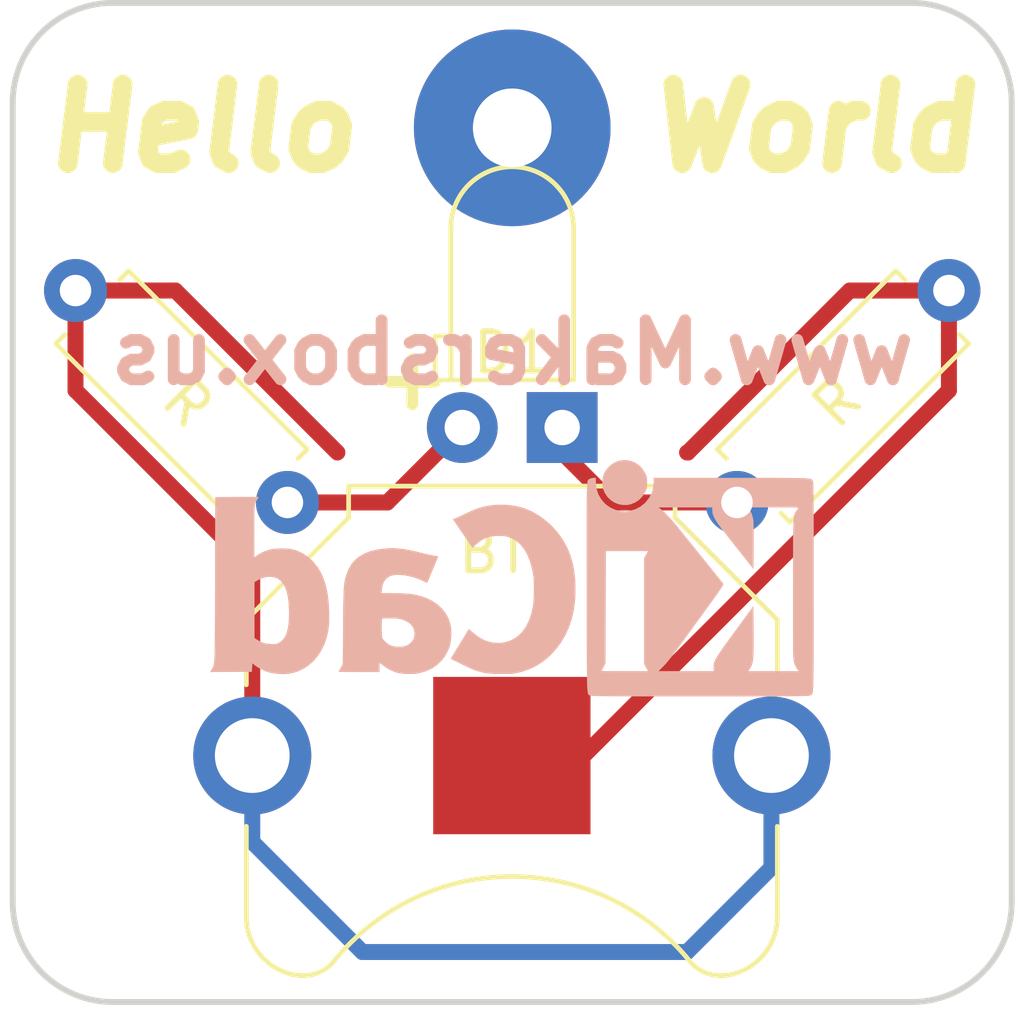
<source format=kicad_pcb>
(kicad_pcb (version 4) (host pcbnew 4.0.7)

  (general
    (links 5)
    (no_connects 0)
    (area 152.324999 88.824999 177.875001 114.375001)
    (thickness 1.6)
    (drawings 17)
    (tracks 22)
    (zones 0)
    (modules 6)
    (nets 5)
  )

  (page A4)
  (layers
    (0 F.Cu signal)
    (31 B.Cu signal)
    (32 B.Adhes user)
    (33 F.Adhes user)
    (34 B.Paste user)
    (35 F.Paste user)
    (36 B.SilkS user)
    (37 F.SilkS user)
    (38 B.Mask user)
    (39 F.Mask user)
    (40 Dwgs.User user hide)
    (41 Cmts.User user)
    (42 Eco1.User user)
    (43 Eco2.User user)
    (44 Edge.Cuts user)
    (45 Margin user)
    (46 B.CrtYd user)
    (47 F.CrtYd user)
    (48 B.Fab user)
    (49 F.Fab user hide)
  )

  (setup
    (last_trace_width 0.25)
    (user_trace_width 0.4064)
    (trace_clearance 0.2)
    (zone_clearance 0.508)
    (zone_45_only no)
    (trace_min 0.2)
    (segment_width 0.2)
    (edge_width 0.15)
    (via_size 0.6)
    (via_drill 0.4)
    (via_min_size 0.4)
    (via_min_drill 0.3)
    (uvia_size 0.3)
    (uvia_drill 0.1)
    (uvias_allowed no)
    (uvia_min_size 0.2)
    (uvia_min_drill 0.1)
    (pcb_text_width 0.3)
    (pcb_text_size 1.5 1.5)
    (mod_edge_width 0.15)
    (mod_text_size 1 1)
    (mod_text_width 0.15)
    (pad_size 1.524 1.524)
    (pad_drill 0.762)
    (pad_to_mask_clearance 0)
    (aux_axis_origin 0 0)
    (visible_elements 7FFFFFFF)
    (pcbplotparams
      (layerselection 0x00030_80000001)
      (usegerberextensions false)
      (excludeedgelayer true)
      (linewidth 0.100000)
      (plotframeref false)
      (viasonmask false)
      (mode 1)
      (useauxorigin false)
      (hpglpennumber 1)
      (hpglpenspeed 20)
      (hpglpendiameter 15)
      (hpglpenoverlay 2)
      (psnegative false)
      (psa4output false)
      (plotreference true)
      (plotvalue true)
      (plotinvisibletext false)
      (padsonsilk false)
      (subtractmaskfromsilk false)
      (outputformat 1)
      (mirror false)
      (drillshape 1)
      (scaleselection 1)
      (outputdirectory ""))
  )

  (net 0 "")
  (net 1 "Net-(BT1-Pad1)")
  (net 2 "Net-(BT1-Pad2)")
  (net 3 "Net-(D1-Pad1)")
  (net 4 "Net-(D1-Pad2)")

  (net_class Default "This is the default net class."
    (clearance 0.2)
    (trace_width 0.25)
    (via_dia 0.6)
    (via_drill 0.4)
    (uvia_dia 0.3)
    (uvia_drill 0.1)
    (add_net "Net-(BT1-Pad1)")
    (add_net "Net-(BT1-Pad2)")
    (add_net "Net-(D1-Pad1)")
    (add_net "Net-(D1-Pad2)")
  )

  (module Wire_Pads:SolderWirePad_single_2mmDrill (layer F.Cu) (tedit 5AF6C5DD) (tstamp 5AF63A1B)
    (at 165.1 92.075)
    (fp_text reference REF** (at 0 -3.81) (layer F.SilkS) hide
      (effects (font (size 1 1) (thickness 0.15)))
    )
    (fp_text value SolderWirePad_single_2mmDrill (at -0.635 3.81) (layer F.Fab) hide
      (effects (font (size 1 1) (thickness 0.15)))
    )
    (pad 1 thru_hole circle (at 0 0) (size 5 5) (drill 2) (layers *.Cu *.Mask))
  )

  (module Symbols:KiCad-Logo_6mm_SilkScreen (layer B.Cu) (tedit 0) (tstamp 5AF63AA5)
    (at 165.1 103.505 180)
    (descr "KiCad Logo")
    (tags "Logo KiCad")
    (attr virtual)
    (fp_text reference REF*** (at 0 0 180) (layer B.SilkS) hide
      (effects (font (size 1 1) (thickness 0.15)) (justify mirror))
    )
    (fp_text value KiCad-Logo_6mm_SilkScreen (at 0.75 0 180) (layer B.Fab) hide
      (effects (font (size 1 1) (thickness 0.15)) (justify mirror))
    )
    (fp_poly (pts (xy -5.955743 2.526311) (xy -5.69122 2.526275) (xy -5.568088 2.52627) (xy -3.597189 2.52627)
      (xy -3.597189 2.41009) (xy -3.584789 2.268709) (xy -3.547364 2.138316) (xy -3.484577 2.018138)
      (xy -3.396094 1.907398) (xy -3.366157 1.877489) (xy -3.258466 1.792652) (xy -3.139725 1.730779)
      (xy -3.01346 1.691841) (xy -2.883197 1.67581) (xy -2.752465 1.682658) (xy -2.624788 1.712357)
      (xy -2.503695 1.76488) (xy -2.392712 1.840197) (xy -2.342868 1.885637) (xy -2.249983 1.997048)
      (xy -2.181873 2.119565) (xy -2.139129 2.251785) (xy -2.122347 2.392308) (xy -2.122124 2.406133)
      (xy -2.121244 2.526266) (xy -2.068443 2.526268) (xy -2.021604 2.519911) (xy -1.978817 2.504444)
      (xy -1.975989 2.502846) (xy -1.966325 2.497832) (xy -1.957451 2.493927) (xy -1.949335 2.489993)
      (xy -1.941943 2.484894) (xy -1.935245 2.477492) (xy -1.929208 2.466649) (xy -1.923801 2.451228)
      (xy -1.91899 2.430091) (xy -1.914745 2.402101) (xy -1.911032 2.366121) (xy -1.907821 2.321013)
      (xy -1.905078 2.26564) (xy -1.902772 2.198863) (xy -1.900871 2.119547) (xy -1.899342 2.026553)
      (xy -1.898154 1.918743) (xy -1.897274 1.794981) (xy -1.89667 1.654129) (xy -1.896311 1.49505)
      (xy -1.896165 1.316605) (xy -1.896198 1.117658) (xy -1.89638 0.897071) (xy -1.896677 0.653707)
      (xy -1.897059 0.386428) (xy -1.897492 0.094097) (xy -1.897945 -0.224424) (xy -1.897998 -0.26323)
      (xy -1.898404 -0.583782) (xy -1.898749 -0.878012) (xy -1.899069 -1.147056) (xy -1.8994 -1.392052)
      (xy -1.899779 -1.614137) (xy -1.900243 -1.814447) (xy -1.900828 -1.994119) (xy -1.90157 -2.15429)
      (xy -1.902506 -2.296098) (xy -1.903673 -2.420679) (xy -1.905107 -2.52917) (xy -1.906844 -2.622707)
      (xy -1.908922 -2.702429) (xy -1.911376 -2.769472) (xy -1.914244 -2.824973) (xy -1.917561 -2.870068)
      (xy -1.921364 -2.905895) (xy -1.92569 -2.933591) (xy -1.930575 -2.954293) (xy -1.936055 -2.969137)
      (xy -1.942168 -2.97926) (xy -1.94895 -2.9858) (xy -1.956437 -2.989893) (xy -1.964666 -2.992676)
      (xy -1.973673 -2.995287) (xy -1.983495 -2.998862) (xy -1.985894 -2.99995) (xy -1.993435 -3.002396)
      (xy -2.006056 -3.004642) (xy -2.024859 -3.006698) (xy -2.050947 -3.008572) (xy -2.085422 -3.010271)
      (xy -2.129385 -3.011803) (xy -2.183939 -3.013177) (xy -2.250185 -3.0144) (xy -2.329226 -3.015481)
      (xy -2.422163 -3.016427) (xy -2.530099 -3.017247) (xy -2.654136 -3.017947) (xy -2.795376 -3.018538)
      (xy -2.954921 -3.019025) (xy -3.133872 -3.019419) (xy -3.333332 -3.019725) (xy -3.554404 -3.019953)
      (xy -3.798188 -3.02011) (xy -4.065787 -3.020205) (xy -4.358303 -3.020245) (xy -4.676839 -3.020238)
      (xy -4.780021 -3.020228) (xy -5.105623 -3.020176) (xy -5.404881 -3.020091) (xy -5.678909 -3.019963)
      (xy -5.928824 -3.019785) (xy -6.15574 -3.019548) (xy -6.360773 -3.019242) (xy -6.545038 -3.01886)
      (xy -6.70965 -3.018392) (xy -6.855725 -3.01783) (xy -6.984376 -3.017165) (xy -7.096721 -3.016388)
      (xy -7.193874 -3.015491) (xy -7.27695 -3.014465) (xy -7.347064 -3.013301) (xy -7.405332 -3.011991)
      (xy -7.452869 -3.010525) (xy -7.49079 -3.008896) (xy -7.52021 -3.007093) (xy -7.542245 -3.00511)
      (xy -7.55801 -3.002936) (xy -7.56862 -3.000563) (xy -7.574404 -2.998391) (xy -7.584684 -2.994056)
      (xy -7.594122 -2.990859) (xy -7.602755 -2.987665) (xy -7.610619 -2.983338) (xy -7.617748 -2.976744)
      (xy -7.624179 -2.966747) (xy -7.629947 -2.952212) (xy -7.635089 -2.932003) (xy -7.63964 -2.904985)
      (xy -7.643635 -2.870023) (xy -7.647111 -2.825981) (xy -7.650102 -2.771724) (xy -7.652646 -2.706117)
      (xy -7.654777 -2.628024) (xy -7.656532 -2.53631) (xy -7.657945 -2.42984) (xy -7.658315 -2.388973)
      (xy -7.291884 -2.388973) (xy -5.996734 -2.388973) (xy -6.021655 -2.351217) (xy -6.046447 -2.312417)
      (xy -6.06744 -2.275469) (xy -6.084935 -2.237788) (xy -6.09923 -2.196788) (xy -6.110623 -2.149883)
      (xy -6.119413 -2.094487) (xy -6.125898 -2.028016) (xy -6.130377 -1.947883) (xy -6.13315 -1.851502)
      (xy -6.134513 -1.736289) (xy -6.134767 -1.599657) (xy -6.134209 -1.43902) (xy -6.133893 -1.379382)
      (xy -6.130325 -0.740041) (xy -5.725298 -1.291449) (xy -5.610554 -1.447876) (xy -5.511143 -1.584088)
      (xy -5.42599 -1.70189) (xy -5.354022 -1.803084) (xy -5.294166 -1.889477) (xy -5.245348 -1.962874)
      (xy -5.206495 -2.025077) (xy -5.176534 -2.077893) (xy -5.154391 -2.123125) (xy -5.138993 -2.162578)
      (xy -5.129266 -2.198058) (xy -5.124137 -2.231368) (xy -5.122532 -2.264313) (xy -5.123379 -2.298697)
      (xy -5.123595 -2.303019) (xy -5.128054 -2.389031) (xy -3.708692 -2.388973) (xy -3.814265 -2.282522)
      (xy -3.842913 -2.253406) (xy -3.87009 -2.225076) (xy -3.896989 -2.195968) (xy -3.924803 -2.16452)
      (xy -3.954725 -2.129169) (xy -3.987946 -2.088354) (xy -4.025661 -2.040511) (xy -4.06906 -1.984079)
      (xy -4.119338 -1.917494) (xy -4.177688 -1.839195) (xy -4.2453 -1.747619) (xy -4.323369 -1.641204)
      (xy -4.413088 -1.518387) (xy -4.515648 -1.377605) (xy -4.632242 -1.217297) (xy -4.727809 -1.085798)
      (xy -4.847749 -0.920596) (xy -4.95238 -0.776152) (xy -5.042648 -0.651094) (xy -5.119503 -0.544052)
      (xy -5.183891 -0.453654) (xy -5.236761 -0.378529) (xy -5.27906 -0.317304) (xy -5.311736 -0.26861)
      (xy -5.335738 -0.231074) (xy -5.352013 -0.203325) (xy -5.361508 -0.183992) (xy -5.365173 -0.171703)
      (xy -5.364071 -0.165242) (xy -5.350724 -0.148048) (xy -5.321866 -0.111655) (xy -5.27924 -0.058224)
      (xy -5.224585 0.010081) (xy -5.159644 0.091097) (xy -5.086158 0.18266) (xy -5.005868 0.282608)
      (xy -4.920515 0.388776) (xy -4.83184 0.499003) (xy -4.741586 0.611124) (xy -4.691944 0.672756)
      (xy -3.459373 0.672756) (xy -3.408146 0.580081) (xy -3.356919 0.487405) (xy -3.356919 -2.203622)
      (xy -3.408146 -2.296298) (xy -3.459373 -2.388973) (xy -2.853396 -2.388973) (xy -2.708734 -2.388931)
      (xy -2.589244 -2.388741) (xy -2.492642 -2.388308) (xy -2.416642 -2.387536) (xy -2.358957 -2.38633)
      (xy -2.317301 -2.384594) (xy -2.289389 -2.382232) (xy -2.272935 -2.37915) (xy -2.265652 -2.375251)
      (xy -2.265255 -2.37044) (xy -2.269458 -2.364622) (xy -2.269501 -2.364574) (xy -2.286813 -2.339532)
      (xy -2.309736 -2.298815) (xy -2.329981 -2.258168) (xy -2.368379 -2.176162) (xy -2.376211 0.672756)
      (xy -3.459373 0.672756) (xy -4.691944 0.672756) (xy -4.651493 0.722976) (xy -4.563302 0.832396)
      (xy -4.478754 0.937222) (xy -4.399592 1.035289) (xy -4.327556 1.124434) (xy -4.264387 1.202495)
      (xy -4.211827 1.267308) (xy -4.171617 1.31671) (xy -4.148 1.345513) (xy -4.05629 1.453222)
      (xy -3.96806 1.55042) (xy -3.886403 1.633924) (xy -3.81441 1.700552) (xy -3.763319 1.741401)
      (xy -3.702907 1.784865) (xy -5.092298 1.784865) (xy -5.091908 1.703334) (xy -5.095791 1.643394)
      (xy -5.11039 1.587823) (xy -5.132988 1.535145) (xy -5.147678 1.505385) (xy -5.163472 1.475897)
      (xy -5.181814 1.444724) (xy -5.204145 1.409907) (xy -5.231909 1.36949) (xy -5.266549 1.321514)
      (xy -5.309507 1.264022) (xy -5.362227 1.195057) (xy -5.426151 1.112661) (xy -5.502721 1.014876)
      (xy -5.593381 0.899745) (xy -5.699574 0.76531) (xy -5.711568 0.750141) (xy -6.130325 0.220588)
      (xy -6.134378 0.807078) (xy -6.135195 0.982749) (xy -6.135021 1.131468) (xy -6.133849 1.253725)
      (xy -6.131669 1.350011) (xy -6.128474 1.420817) (xy -6.124256 1.466631) (xy -6.122838 1.475321)
      (xy -6.100591 1.566865) (xy -6.071443 1.649392) (xy -6.038182 1.715747) (xy -6.0182 1.74389)
      (xy -5.983722 1.784865) (xy -6.637914 1.784865) (xy -6.793969 1.784731) (xy -6.924467 1.784297)
      (xy -7.03131 1.783511) (xy -7.116398 1.782324) (xy -7.181635 1.780683) (xy -7.228921 1.778539)
      (xy -7.260157 1.775841) (xy -7.277246 1.772538) (xy -7.282088 1.768579) (xy -7.281753 1.767702)
      (xy -7.267885 1.746769) (xy -7.244732 1.713588) (xy -7.232754 1.696807) (xy -7.220369 1.68006)
      (xy -7.209237 1.665085) (xy -7.199288 1.650406) (xy -7.190451 1.634551) (xy -7.182657 1.616045)
      (xy -7.175835 1.593415) (xy -7.169916 1.565187) (xy -7.164829 1.529887) (xy -7.160504 1.486042)
      (xy -7.156871 1.432178) (xy -7.15386 1.36682) (xy -7.151401 1.288496) (xy -7.149423 1.195732)
      (xy -7.147858 1.087053) (xy -7.146634 0.960987) (xy -7.145681 0.816058) (xy -7.14493 0.650794)
      (xy -7.144311 0.463721) (xy -7.143752 0.253365) (xy -7.143185 0.018252) (xy -7.142655 -0.197741)
      (xy -7.142155 -0.438535) (xy -7.141895 -0.668274) (xy -7.141868 -0.885493) (xy -7.142067 -1.088722)
      (xy -7.142486 -1.276496) (xy -7.143118 -1.447345) (xy -7.143956 -1.599803) (xy -7.144992 -1.732403)
      (xy -7.14622 -1.843676) (xy -7.147633 -1.932156) (xy -7.149225 -1.996375) (xy -7.150987 -2.034865)
      (xy -7.151321 -2.038933) (xy -7.163466 -2.132248) (xy -7.182427 -2.20719) (xy -7.211302 -2.272594)
      (xy -7.25319 -2.337293) (xy -7.258429 -2.344352) (xy -7.291884 -2.388973) (xy -7.658315 -2.388973)
      (xy -7.659054 -2.307479) (xy -7.659893 -2.16809) (xy -7.660498 -2.010539) (xy -7.660905 -1.833691)
      (xy -7.66115 -1.63641) (xy -7.661267 -1.41756) (xy -7.661295 -1.176007) (xy -7.661267 -0.910615)
      (xy -7.66122 -0.620249) (xy -7.66119 -0.303773) (xy -7.661189 -0.240946) (xy -7.661172 0.078863)
      (xy -7.661112 0.372339) (xy -7.661002 0.64061) (xy -7.660833 0.884802) (xy -7.660597 1.106043)
      (xy -7.660284 1.30546) (xy -7.659885 1.48418) (xy -7.659393 1.643329) (xy -7.658797 1.784034)
      (xy -7.65809 1.907424) (xy -7.657263 2.014624) (xy -7.656307 2.106762) (xy -7.655213 2.184965)
      (xy -7.653973 2.250359) (xy -7.652578 2.304072) (xy -7.651018 2.347231) (xy -7.649286 2.380963)
      (xy -7.647372 2.406395) (xy -7.645268 2.424653) (xy -7.642966 2.436866) (xy -7.640455 2.444159)
      (xy -7.640363 2.444341) (xy -7.635192 2.455482) (xy -7.630885 2.465569) (xy -7.626121 2.474654)
      (xy -7.619578 2.482788) (xy -7.609935 2.490024) (xy -7.595871 2.496414) (xy -7.576063 2.502011)
      (xy -7.549191 2.506867) (xy -7.513933 2.511034) (xy -7.468968 2.514564) (xy -7.412974 2.517509)
      (xy -7.344629 2.519923) (xy -7.262614 2.521856) (xy -7.165605 2.523362) (xy -7.052282 2.524492)
      (xy -6.921323 2.525298) (xy -6.771407 2.525834) (xy -6.601213 2.526151) (xy -6.409418 2.526301)
      (xy -6.194702 2.526337) (xy -5.955743 2.526311)) (layer B.SilkS) (width 0.01))
    (fp_poly (pts (xy 0.439962 1.839501) (xy 0.588014 1.823293) (xy 0.731452 1.794282) (xy 0.87611 1.750955)
      (xy 1.027824 1.691799) (xy 1.192428 1.6153) (xy 1.222071 1.600483) (xy 1.290098 1.566969)
      (xy 1.354256 1.536792) (xy 1.408215 1.512834) (xy 1.44564 1.497976) (xy 1.451389 1.496105)
      (xy 1.506486 1.479598) (xy 1.259851 1.120799) (xy 1.199552 1.033107) (xy 1.144422 0.952988)
      (xy 1.096336 0.883164) (xy 1.057168 0.826353) (xy 1.028794 0.785277) (xy 1.013087 0.762654)
      (xy 1.010536 0.759072) (xy 1.000171 0.766562) (xy 0.97466 0.789082) (xy 0.938563 0.822539)
      (xy 0.918642 0.84145) (xy 0.805773 0.931222) (xy 0.679014 0.999439) (xy 0.569783 1.036805)
      (xy 0.504214 1.04854) (xy 0.422116 1.055692) (xy 0.333144 1.058126) (xy 0.246956 1.055712)
      (xy 0.173205 1.048317) (xy 0.143776 1.042653) (xy 0.011133 0.997018) (xy -0.108394 0.927337)
      (xy -0.214717 0.83374) (xy -0.307747 0.716351) (xy -0.387395 0.5753) (xy -0.453574 0.410714)
      (xy -0.506194 0.22272) (xy -0.537467 0.061783) (xy -0.545626 -0.009263) (xy -0.551185 -0.101046)
      (xy -0.554198 -0.206968) (xy -0.554719 -0.320434) (xy -0.5528 -0.434849) (xy -0.548497 -0.543617)
      (xy -0.541863 -0.640143) (xy -0.532951 -0.717831) (xy -0.531021 -0.729817) (xy -0.488501 -0.922892)
      (xy -0.430567 -1.093773) (xy -0.356867 -1.243224) (xy -0.267049 -1.372011) (xy -0.203293 -1.441639)
      (xy -0.088714 -1.536173) (xy 0.036942 -1.606246) (xy 0.171557 -1.651477) (xy 0.313011 -1.671484)
      (xy 0.459183 -1.665885) (xy 0.607955 -1.6343) (xy 0.695911 -1.603394) (xy 0.817629 -1.541506)
      (xy 0.94308 -1.452729) (xy 1.013353 -1.392694) (xy 1.052811 -1.357947) (xy 1.083812 -1.332454)
      (xy 1.101458 -1.32017) (xy 1.103648 -1.319795) (xy 1.111524 -1.332347) (xy 1.131932 -1.365516)
      (xy 1.163132 -1.416458) (xy 1.203386 -1.482331) (xy 1.250957 -1.560289) (xy 1.304104 -1.64749)
      (xy 1.333687 -1.696067) (xy 1.559648 -2.067215) (xy 1.277527 -2.206639) (xy 1.175522 -2.256719)
      (xy 1.092889 -2.29621) (xy 1.024578 -2.327073) (xy 0.965537 -2.351268) (xy 0.910714 -2.370758)
      (xy 0.85506 -2.387503) (xy 0.793523 -2.403465) (xy 0.73454 -2.417482) (xy 0.682115 -2.428329)
      (xy 0.627288 -2.436526) (xy 0.564572 -2.442528) (xy 0.488477 -2.44679) (xy 0.393516 -2.449767)
      (xy 0.329513 -2.451052) (xy 0.238192 -2.45193) (xy 0.150627 -2.451487) (xy 0.072612 -2.449852)
      (xy 0.009942 -2.447149) (xy -0.031587 -2.443505) (xy -0.034048 -2.443142) (xy -0.249697 -2.396487)
      (xy -0.452207 -2.325729) (xy -0.641505 -2.230914) (xy -0.817521 -2.112089) (xy -0.980184 -1.9693)
      (xy -1.129422 -1.802594) (xy -1.237504 -1.654433) (xy -1.352566 -1.460502) (xy -1.445577 -1.255699)
      (xy -1.516987 -1.038383) (xy -1.567244 -0.806912) (xy -1.596799 -0.559643) (xy -1.606111 -0.308559)
      (xy -1.598452 -0.06567) (xy -1.574387 0.15843) (xy -1.533148 0.367523) (xy -1.473973 0.565387)
      (xy -1.396096 0.755804) (xy -1.386797 0.775532) (xy -1.284352 0.959941) (xy -1.158528 1.135424)
      (xy -1.012888 1.29835) (xy -0.850999 1.445086) (xy -0.676424 1.571999) (xy -0.513756 1.665095)
      (xy -0.349427 1.738009) (xy -0.184749 1.790826) (xy -0.013348 1.824985) (xy 0.171153 1.841922)
      (xy 0.281459 1.84442) (xy 0.439962 1.839501)) (layer B.SilkS) (width 0.01))
    (fp_poly (pts (xy 3.167505 0.735771) (xy 3.235531 0.730622) (xy 3.430163 0.704727) (xy 3.602529 0.663425)
      (xy 3.75347 0.606147) (xy 3.883825 0.532326) (xy 3.994434 0.441392) (xy 4.086135 0.332778)
      (xy 4.15977 0.205915) (xy 4.213539 0.068648) (xy 4.227187 0.024863) (xy 4.239073 -0.016141)
      (xy 4.249334 -0.056569) (xy 4.258113 -0.09863) (xy 4.265548 -0.144531) (xy 4.27178 -0.19648)
      (xy 4.27695 -0.256685) (xy 4.281196 -0.327352) (xy 4.28466 -0.410689) (xy 4.287481 -0.508905)
      (xy 4.2898 -0.624205) (xy 4.291757 -0.758799) (xy 4.293491 -0.914893) (xy 4.295143 -1.094695)
      (xy 4.296324 -1.235676) (xy 4.30427 -2.203622) (xy 4.355756 -2.29677) (xy 4.380137 -2.341645)
      (xy 4.39828 -2.376501) (xy 4.406935 -2.395054) (xy 4.407243 -2.396311) (xy 4.394014 -2.397749)
      (xy 4.356326 -2.399074) (xy 4.297183 -2.400249) (xy 4.219586 -2.401237) (xy 4.126536 -2.401999)
      (xy 4.021035 -2.4025) (xy 3.906084 -2.402701) (xy 3.892378 -2.402703) (xy 3.377513 -2.402703)
      (xy 3.377513 -2.286) (xy 3.376635 -2.23326) (xy 3.374292 -2.192926) (xy 3.370921 -2.1713)
      (xy 3.369431 -2.169298) (xy 3.355804 -2.177683) (xy 3.327757 -2.199692) (xy 3.291303 -2.230601)
      (xy 3.290485 -2.231316) (xy 3.223962 -2.280843) (xy 3.139948 -2.330575) (xy 3.047937 -2.375626)
      (xy 2.957421 -2.41111) (xy 2.917567 -2.423236) (xy 2.838255 -2.438637) (xy 2.740935 -2.448465)
      (xy 2.634516 -2.45258) (xy 2.527907 -2.450841) (xy 2.430017 -2.443108) (xy 2.361513 -2.431981)
      (xy 2.19352 -2.382648) (xy 2.042281 -2.312342) (xy 1.908782 -2.221933) (xy 1.794006 -2.112295)
      (xy 1.698937 -1.984299) (xy 1.62456 -1.838818) (xy 1.592474 -1.750541) (xy 1.572365 -1.664739)
      (xy 1.559038 -1.561736) (xy 1.552872 -1.451034) (xy 1.553074 -1.434925) (xy 2.481648 -1.434925)
      (xy 2.489348 -1.517184) (xy 2.514989 -1.585546) (xy 2.562378 -1.64897) (xy 2.580579 -1.667567)
      (xy 2.645282 -1.717846) (xy 2.720066 -1.750056) (xy 2.809662 -1.765648) (xy 2.904012 -1.766796)
      (xy 2.993501 -1.759216) (xy 3.062018 -1.744389) (xy 3.091775 -1.733253) (xy 3.145408 -1.702904)
      (xy 3.202235 -1.660221) (xy 3.254082 -1.612317) (xy 3.292778 -1.566301) (xy 3.303054 -1.549421)
      (xy 3.311042 -1.525782) (xy 3.316721 -1.488168) (xy 3.320356 -1.432985) (xy 3.322211 -1.35664)
      (xy 3.322594 -1.283981) (xy 3.322335 -1.19927) (xy 3.321287 -1.138018) (xy 3.319045 -1.096227)
      (xy 3.315206 -1.069899) (xy 3.309365 -1.055035) (xy 3.301118 -1.047639) (xy 3.298567 -1.046461)
      (xy 3.2764 -1.042833) (xy 3.23268 -1.039866) (xy 3.173311 -1.037827) (xy 3.104196 -1.036983)
      (xy 3.089189 -1.036982) (xy 2.996805 -1.038457) (xy 2.925432 -1.042842) (xy 2.868719 -1.050738)
      (xy 2.821872 -1.06227) (xy 2.705669 -1.106215) (xy 2.614543 -1.160243) (xy 2.547705 -1.225219)
      (xy 2.504365 -1.302005) (xy 2.483734 -1.391467) (xy 2.481648 -1.434925) (xy 1.553074 -1.434925)
      (xy 1.554244 -1.342133) (xy 1.563532 -1.244536) (xy 1.570777 -1.205105) (xy 1.617039 -1.058701)
      (xy 1.687384 -0.923995) (xy 1.780484 -0.80228) (xy 1.895012 -0.694847) (xy 2.02964 -0.602988)
      (xy 2.18304 -0.527996) (xy 2.313459 -0.482458) (xy 2.400623 -0.458533) (xy 2.483996 -0.439943)
      (xy 2.568976 -0.426084) (xy 2.660965 -0.416351) (xy 2.765362 -0.410141) (xy 2.887568 -0.406851)
      (xy 2.998055 -0.405924) (xy 3.325677 -0.405027) (xy 3.319401 -0.306547) (xy 3.301579 -0.199695)
      (xy 3.263667 -0.107852) (xy 3.20728 -0.03331) (xy 3.134031 0.021636) (xy 3.069535 0.048448)
      (xy 2.977123 0.065346) (xy 2.867111 0.067773) (xy 2.744656 0.056622) (xy 2.614914 0.03279)
      (xy 2.483042 -0.00283) (xy 2.354198 -0.049343) (xy 2.260566 -0.091883) (xy 2.215517 -0.113728)
      (xy 2.181156 -0.128984) (xy 2.163681 -0.134937) (xy 2.162733 -0.134746) (xy 2.156703 -0.121412)
      (xy 2.141645 -0.086068) (xy 2.118977 -0.032101) (xy 2.090115 0.037104) (xy 2.056477 0.11816)
      (xy 2.022284 0.200882) (xy 1.885586 0.532197) (xy 1.98282 0.548167) (xy 2.024964 0.55618)
      (xy 2.088319 0.569639) (xy 2.167457 0.587321) (xy 2.256951 0.608004) (xy 2.351373 0.630468)
      (xy 2.388973 0.639597) (xy 2.551637 0.677326) (xy 2.69405 0.705612) (xy 2.821527 0.725028)
      (xy 2.939384 0.736146) (xy 3.052938 0.739536) (xy 3.167505 0.735771)) (layer B.SilkS) (width 0.01))
    (fp_poly (pts (xy 6.84227 2.043175) (xy 6.959041 2.042696) (xy 6.998729 2.042455) (xy 7.544486 2.038865)
      (xy 7.551351 -0.054919) (xy 7.552258 -0.338842) (xy 7.553062 -0.59664) (xy 7.553815 -0.829646)
      (xy 7.554569 -1.039194) (xy 7.555375 -1.226618) (xy 7.556285 -1.39325) (xy 7.557351 -1.540425)
      (xy 7.558624 -1.669477) (xy 7.560156 -1.781739) (xy 7.561998 -1.878544) (xy 7.564203 -1.961226)
      (xy 7.566822 -2.031119) (xy 7.569906 -2.089557) (xy 7.573508 -2.137872) (xy 7.577678 -2.1774)
      (xy 7.582469 -2.209473) (xy 7.587931 -2.235424) (xy 7.594118 -2.256589) (xy 7.60108 -2.274299)
      (xy 7.608869 -2.289889) (xy 7.617537 -2.304693) (xy 7.627135 -2.320044) (xy 7.637715 -2.337276)
      (xy 7.639884 -2.340946) (xy 7.676268 -2.403031) (xy 7.150431 -2.399434) (xy 6.624594 -2.395838)
      (xy 6.617729 -2.280331) (xy 6.613992 -2.224899) (xy 6.610097 -2.192851) (xy 6.604811 -2.180135)
      (xy 6.596903 -2.182696) (xy 6.59027 -2.190024) (xy 6.561374 -2.216714) (xy 6.514279 -2.251021)
      (xy 6.45562 -2.288846) (xy 6.392031 -2.32609) (xy 6.330149 -2.358653) (xy 6.282634 -2.380077)
      (xy 6.171316 -2.415283) (xy 6.043596 -2.440222) (xy 5.908901 -2.453941) (xy 5.776663 -2.455486)
      (xy 5.656308 -2.443906) (xy 5.654326 -2.443574) (xy 5.489641 -2.40225) (xy 5.335479 -2.336412)
      (xy 5.193328 -2.247474) (xy 5.064675 -2.136852) (xy 4.951007 -2.005961) (xy 4.85381 -1.856216)
      (xy 4.774572 -1.689033) (xy 4.73143 -1.56519) (xy 4.702979 -1.461581) (xy 4.68188 -1.361252)
      (xy 4.667488 -1.258109) (xy 4.659158 -1.146057) (xy 4.656245 -1.019001) (xy 4.657535 -0.915252)
      (xy 5.67065 -0.915252) (xy 5.675444 -1.089222) (xy 5.690568 -1.238895) (xy 5.716485 -1.365597)
      (xy 5.753663 -1.470658) (xy 5.802565 -1.555406) (xy 5.863658 -1.621169) (xy 5.934177 -1.667659)
      (xy 5.970871 -1.685014) (xy 6.002696 -1.695419) (xy 6.038177 -1.700179) (xy 6.085841 -1.700601)
      (xy 6.137189 -1.698748) (xy 6.238169 -1.689841) (xy 6.318035 -1.672398) (xy 6.343135 -1.663661)
      (xy 6.400448 -1.637857) (xy 6.460897 -1.605453) (xy 6.487297 -1.589233) (xy 6.555946 -1.544205)
      (xy 6.555946 -0.116982) (xy 6.480432 -0.071718) (xy 6.375121 -0.020572) (xy 6.267525 0.009676)
      (xy 6.161581 0.019205) (xy 6.061224 0.008193) (xy 5.970387 -0.023181) (xy 5.893007 -0.07474)
      (xy 5.868039 -0.099488) (xy 5.807856 -0.180577) (xy 5.759145 -0.278734) (xy 5.721499 -0.395643)
      (xy 5.694512 -0.532985) (xy 5.677775 -0.692444) (xy 5.670883 -0.8757) (xy 5.67065 -0.915252)
      (xy 4.657535 -0.915252) (xy 4.658073 -0.872067) (xy 4.669647 -0.646053) (xy 4.69292 -0.442192)
      (xy 4.728504 -0.257513) (xy 4.777013 -0.089048) (xy 4.83906 0.066174) (xy 4.861201 0.112192)
      (xy 4.950385 0.262261) (xy 5.058159 0.395623) (xy 5.18199 0.510123) (xy 5.319342 0.603611)
      (xy 5.467683 0.673932) (xy 5.556604 0.70294) (xy 5.643933 0.72016) (xy 5.749011 0.730406)
      (xy 5.863029 0.733682) (xy 5.977177 0.729991) (xy 6.082648 0.71934) (xy 6.167334 0.70263)
      (xy 6.268128 0.66986) (xy 6.365822 0.627721) (xy 6.451296 0.580481) (xy 6.496789 0.548419)
      (xy 6.528169 0.524578) (xy 6.550142 0.510061) (xy 6.555141 0.508) (xy 6.55669 0.521282)
      (xy 6.558135 0.559337) (xy 6.559443 0.619481) (xy 6.560583 0.699027) (xy 6.561521 0.795289)
      (xy 6.562226 0.905581) (xy 6.562667 1.027219) (xy 6.562811 1.151115) (xy 6.56273 1.309804)
      (xy 6.562335 1.443592) (xy 6.561395 1.55504) (xy 6.55968 1.646705) (xy 6.556957 1.721147)
      (xy 6.552997 1.780925) (xy 6.547569 1.828598) (xy 6.540441 1.866726) (xy 6.531384 1.897866)
      (xy 6.520167 1.924579) (xy 6.506558 1.949423) (xy 6.490328 1.974957) (xy 6.48824 1.978119)
      (xy 6.467306 2.01119) (xy 6.454667 2.033931) (xy 6.452973 2.038728) (xy 6.466216 2.040241)
      (xy 6.504002 2.041472) (xy 6.563416 2.042401) (xy 6.641542 2.043008) (xy 6.735465 2.043273)
      (xy 6.84227 2.043175)) (layer B.SilkS) (width 0.01))
    (fp_poly (pts (xy -2.726079 2.96351) (xy -2.622973 2.927762) (xy -2.526978 2.871493) (xy -2.441247 2.794712)
      (xy -2.36893 2.697427) (xy -2.336445 2.636108) (xy -2.308332 2.55034) (xy -2.294705 2.451323)
      (xy -2.296214 2.349529) (xy -2.312969 2.257286) (xy -2.358763 2.144568) (xy -2.425168 2.046793)
      (xy -2.508809 1.965885) (xy -2.606312 1.903768) (xy -2.7143 1.862366) (xy -2.829399 1.843603)
      (xy -2.948234 1.849402) (xy -3.006811 1.861794) (xy -3.120972 1.906203) (xy -3.222365 1.973967)
      (xy -3.308545 2.062999) (xy -3.377066 2.171209) (xy -3.382864 2.183027) (xy -3.402904 2.227372)
      (xy -3.415487 2.26472) (xy -3.422319 2.30412) (xy -3.425105 2.354619) (xy -3.425568 2.409567)
      (xy -3.424803 2.475585) (xy -3.421352 2.523311) (xy -3.413477 2.561897) (xy -3.399443 2.600494)
      (xy -3.38212 2.638574) (xy -3.317505 2.746672) (xy -3.237934 2.834197) (xy -3.14656 2.901159)
      (xy -3.046536 2.947564) (xy -2.941012 2.973419) (xy -2.833142 2.978732) (xy -2.726079 2.96351)) (layer B.SilkS) (width 0.01))
  )

  (module footprints:Keystone_3001_1x12mm-CoinCell (layer F.Cu) (tedit 5AF636BE) (tstamp 5AF6C646)
    (at 165.090481 108.035)
    (descr http://www.keyelco.com/product-pdf.cfm?p=778)
    (tags "Keystone type 3001 coin cell retainer")
    (path /5AF63215)
    (fp_text reference BT1 (at 0.009519 -5.165) (layer F.SilkS)
      (effects (font (size 1 1) (thickness 0.15)))
    )
    (fp_text value Battery_Cell (at 0 7.5) (layer F.Fab)
      (effects (font (size 1 1) (thickness 0.15)))
    )
    (fp_arc (start 0 0) (end 0 6.75) (angle 36.6) (layer F.CrtYd) (width 0.05))
    (fp_arc (start 0.11 9.15) (end 4.22 5.65) (angle -3.1) (layer F.CrtYd) (width 0.05))
    (fp_arc (start 0.11 9.15) (end -4.22 5.65) (angle 3.1) (layer F.CrtYd) (width 0.05))
    (fp_arc (start 0 0) (end 0 6.75) (angle -36.6) (layer F.CrtYd) (width 0.05))
    (fp_arc (start 5.25 4.1) (end 5.3 6.1) (angle -90) (layer F.CrtYd) (width 0.05))
    (fp_arc (start 5.29 4.6) (end 4.22 5.65) (angle -54.1) (layer F.CrtYd) (width 0.05))
    (fp_arc (start -5.29 4.6) (end -4.22 5.65) (angle 54.1) (layer F.CrtYd) (width 0.05))
    (fp_arc (start 6.6 0) (end 7.25 1.95) (angle -143) (layer F.CrtYd) (width 0.05))
    (fp_arc (start -6.6 0) (end -7.25 1.95) (angle 143) (layer F.CrtYd) (width 0.05))
    (fp_circle (center 0 0) (end 0 6.25) (layer Dwgs.User) (width 0.15))
    (fp_arc (start 5.29 4.6) (end 4.5 5.2) (angle -60) (layer F.SilkS) (width 0.12))
    (fp_arc (start -5.29 4.6) (end -4.5 5.2) (angle 60) (layer F.SilkS) (width 0.12))
    (fp_arc (start 0 8.9) (end -4.5 5.2) (angle 101) (layer F.SilkS) (width 0.12))
    (fp_arc (start 5.29 4.6) (end 4.6 5.1) (angle -60) (layer F.Fab) (width 0.1))
    (fp_arc (start -5.29 4.6) (end -4.6 5.1) (angle 60) (layer F.Fab) (width 0.1))
    (fp_arc (start 0 8.9) (end -4.6 5.1) (angle 101) (layer F.Fab) (width 0.1))
    (fp_arc (start 5.25 4.1) (end 5.3 5.6) (angle -90) (layer F.SilkS) (width 0.12))
    (fp_arc (start -5.25 4.1) (end -5.3 5.6) (angle 90) (layer F.SilkS) (width 0.12))
    (fp_arc (start -5.25 4.1) (end -5.3 6.1) (angle 90) (layer F.CrtYd) (width 0.05))
    (fp_line (start -7.25 1.95) (end -7.25 4.1) (layer F.CrtYd) (width 0.05))
    (fp_line (start 7.25 1.95) (end 7.25 4.1) (layer F.CrtYd) (width 0.05))
    (fp_line (start 6.75 1.8) (end 6.75 4.1) (layer F.SilkS) (width 0.12))
    (fp_line (start -6.75 1.8) (end -6.75 4.1) (layer F.SilkS) (width 0.12))
    (fp_arc (start 5.25 4.1) (end 5.3 5.45) (angle -90) (layer F.Fab) (width 0.1))
    (fp_line (start 7.25 -1.95) (end 7.25 -3.8) (layer F.CrtYd) (width 0.05))
    (fp_line (start 7.25 -3.8) (end 4.65 -6.4) (layer F.CrtYd) (width 0.05))
    (fp_line (start 4.65 -6.4) (end 4.65 -7.35) (layer F.CrtYd) (width 0.05))
    (fp_line (start -4.65 -7.35) (end 4.65 -7.35) (layer F.CrtYd) (width 0.05))
    (fp_line (start -4.65 -6.4) (end -4.65 -7.35) (layer F.CrtYd) (width 0.05))
    (fp_line (start -7.25 -3.8) (end -4.65 -6.4) (layer F.CrtYd) (width 0.05))
    (fp_line (start -7.25 -1.95) (end -7.25 -3.8) (layer F.CrtYd) (width 0.05))
    (fp_line (start -6.75 -1.8) (end -6.75 -3.45) (layer F.SilkS) (width 0.12))
    (fp_line (start -6.75 -3.45) (end -4.15 -6.05) (layer F.SilkS) (width 0.12))
    (fp_line (start -4.15 -6.05) (end -4.15 -6.85) (layer F.SilkS) (width 0.12))
    (fp_line (start -4.15 -6.85) (end 4.15 -6.85) (layer F.SilkS) (width 0.12))
    (fp_line (start 4.15 -6.85) (end 4.15 -6.05) (layer F.SilkS) (width 0.12))
    (fp_line (start 4.15 -6.05) (end 6.75 -3.45) (layer F.SilkS) (width 0.12))
    (fp_line (start 6.75 -3.45) (end 6.75 -1.8) (layer F.SilkS) (width 0.12))
    (fp_arc (start -5.25 4.1) (end -5.3 5.45) (angle 90) (layer F.Fab) (width 0.1))
    (fp_line (start 6.6 -3.4) (end 6.6 4.1) (layer F.Fab) (width 0.1))
    (fp_line (start -6.6 -3.4) (end -6.6 4.1) (layer F.Fab) (width 0.1))
    (fp_line (start 4 -6) (end 6.6 -3.4) (layer F.Fab) (width 0.1))
    (fp_line (start -4 -6) (end -6.6 -3.4) (layer F.Fab) (width 0.1))
    (fp_line (start 4 -6.7) (end 4 -6) (layer F.Fab) (width 0.1))
    (fp_line (start -4 -6.7) (end -4 -6) (layer F.Fab) (width 0.1))
    (fp_line (start -4 -6.7) (end 4 -6.7) (layer F.Fab) (width 0.1))
    (pad 1 thru_hole circle (at -6.6 0) (size 3 3) (drill 1.9) (layers *.Cu *.Mask)
      (net 1 "Net-(BT1-Pad1)"))
    (pad 1 thru_hole circle (at 6.6 0) (size 3 3) (drill 1.9) (layers *.Cu *.Mask)
      (net 1 "Net-(BT1-Pad1)"))
    (pad 2 smd rect (at 0 0) (size 4 4) (layers F.Cu F.Mask)
      (net 2 "Net-(BT1-Pad2)"))
    (model Battery_Holders.3dshapes/Keystone_3001_1x12mm-CoinCell.wrl
      (at (xyz 0 0 0))
      (scale (xyz 1 1 1))
      (rotate (xyz 0 0 0))
    )
  )

  (module footprints:LED_D3.0mm_Horizontal_O1.27mm_Z2.0mm (layer F.Cu) (tedit 5AF636B5) (tstamp 5AF6C67A)
    (at 166.37 99.695 180)
    (descr "LED, diameter 3.0mm z-position of LED center 2.0mm, 2 pins")
    (tags "LED diameter 3.0mm z-position of LED center 2.0mm 2 pins")
    (path /5AF631A2)
    (fp_text reference D1 (at 1.27 1.905 180) (layer F.SilkS)
      (effects (font (size 1 1) (thickness 0.15)))
    )
    (fp_text value LED (at 1.27 7.63 180) (layer F.Fab)
      (effects (font (size 1 1) (thickness 0.15)))
    )
    (fp_arc (start 1.27 5.07) (end -0.23 5.07) (angle -180) (layer F.Fab) (width 0.1))
    (fp_arc (start 1.27 5.07) (end -0.29 5.07) (angle -180) (layer F.SilkS) (width 0.12))
    (fp_line (start -0.23 1.27) (end -0.23 5.07) (layer F.Fab) (width 0.1))
    (fp_line (start 2.77 1.27) (end 2.77 5.07) (layer F.Fab) (width 0.1))
    (fp_line (start -0.23 1.27) (end 2.77 1.27) (layer F.Fab) (width 0.1))
    (fp_line (start 3.17 1.27) (end 3.17 2.27) (layer F.Fab) (width 0.1))
    (fp_line (start 3.17 2.27) (end 2.77 2.27) (layer F.Fab) (width 0.1))
    (fp_line (start 2.77 2.27) (end 2.77 1.27) (layer F.Fab) (width 0.1))
    (fp_line (start 2.77 1.27) (end 3.17 1.27) (layer F.Fab) (width 0.1))
    (fp_line (start 0 0) (end 0 1.27) (layer F.Fab) (width 0.1))
    (fp_line (start 0 1.27) (end 0 1.27) (layer F.Fab) (width 0.1))
    (fp_line (start 0 1.27) (end 0 0) (layer F.Fab) (width 0.1))
    (fp_line (start 0 0) (end 0 0) (layer F.Fab) (width 0.1))
    (fp_line (start 2.54 0) (end 2.54 1.27) (layer F.Fab) (width 0.1))
    (fp_line (start 2.54 1.27) (end 2.54 1.27) (layer F.Fab) (width 0.1))
    (fp_line (start 2.54 1.27) (end 2.54 0) (layer F.Fab) (width 0.1))
    (fp_line (start 2.54 0) (end 2.54 0) (layer F.Fab) (width 0.1))
    (fp_line (start -0.29 1.21) (end -0.29 5.07) (layer F.SilkS) (width 0.12))
    (fp_line (start 2.83 1.21) (end 2.83 5.07) (layer F.SilkS) (width 0.12))
    (fp_line (start -0.29 1.21) (end 2.83 1.21) (layer F.SilkS) (width 0.12))
    (fp_line (start 3.23 1.21) (end 3.23 2.33) (layer F.SilkS) (width 0.12))
    (fp_line (start 3.23 2.33) (end 2.83 2.33) (layer F.SilkS) (width 0.12))
    (fp_line (start 2.83 2.33) (end 2.83 1.21) (layer F.SilkS) (width 0.12))
    (fp_line (start 2.83 1.21) (end 3.23 1.21) (layer F.SilkS) (width 0.12))
    (fp_line (start 0 1.08) (end 0 1.21) (layer F.SilkS) (width 0.12))
    (fp_line (start 0 1.21) (end 0 1.21) (layer F.SilkS) (width 0.12))
    (fp_line (start 0 1.21) (end 0 1.08) (layer F.SilkS) (width 0.12))
    (fp_line (start 0 1.08) (end 0 1.08) (layer F.SilkS) (width 0.12))
    (fp_line (start 2.54 1.08) (end 2.54 1.21) (layer F.SilkS) (width 0.12))
    (fp_line (start 2.54 1.21) (end 2.54 1.21) (layer F.SilkS) (width 0.12))
    (fp_line (start 2.54 1.21) (end 2.54 1.08) (layer F.SilkS) (width 0.12))
    (fp_line (start 2.54 1.08) (end 2.54 1.08) (layer F.SilkS) (width 0.12))
    (fp_line (start -1.25 -1.25) (end -1.25 6.9) (layer F.CrtYd) (width 0.05))
    (fp_line (start -1.25 6.9) (end 3.75 6.9) (layer F.CrtYd) (width 0.05))
    (fp_line (start 3.75 6.9) (end 3.75 -1.25) (layer F.CrtYd) (width 0.05))
    (fp_line (start 3.75 -1.25) (end -1.25 -1.25) (layer F.CrtYd) (width 0.05))
    (pad 1 thru_hole rect (at 0 0 180) (size 1.8 1.8) (drill 0.9) (layers *.Cu *.Mask)
      (net 3 "Net-(D1-Pad1)"))
    (pad 2 thru_hole circle (at 2.54 0 180) (size 1.8 1.8) (drill 0.9) (layers *.Cu *.Mask)
      (net 4 "Net-(D1-Pad2)"))
    (model ${KISYS3DMOD}/LEDs.3dshapes/LED_D3.0mm_Horizontal_O1.27mm_Z2.0mm.wrl
      (at (xyz 0 0 0))
      (scale (xyz 0.393701 0.393701 0.393701))
      (rotate (xyz 0 0 0))
    )
  )

  (module footprints:R_Axial_DIN0207_L6.3mm_D2.5mm_P7.62mm_Horizontal (layer F.Cu) (tedit 5AF63732) (tstamp 5AF6C6A3)
    (at 170.815 101.6 45)
    (descr "Resistor, Axial_DIN0207 series, Axial, Horizontal, pin pitch=7.62mm, 0.25W = 1/4W, length*diameter=6.3*2.5mm^2, http://cdn-reichelt.de/documents/datenblatt/B400/1_4W%23YAG.pdf")
    (tags "Resistor Axial_DIN0207 series Axial Horizontal pin pitch 7.62mm 0.25W = 1/4W length 6.3mm diameter 2.5mm")
    (path /5AF631CE)
    (fp_text reference R1 (at 3.81 -2.31 45) (layer F.SilkS) hide
      (effects (font (size 1 1) (thickness 0.15)))
    )
    (fp_text value R (at 3.592102 0 45) (layer F.SilkS)
      (effects (font (size 1 1) (thickness 0.15)))
    )
    (fp_line (start 0.66 -1.25) (end 0.66 1.25) (layer F.Fab) (width 0.1))
    (fp_line (start 0.66 1.25) (end 6.96 1.25) (layer F.Fab) (width 0.1))
    (fp_line (start 6.96 1.25) (end 6.96 -1.25) (layer F.Fab) (width 0.1))
    (fp_line (start 6.96 -1.25) (end 0.66 -1.25) (layer F.Fab) (width 0.1))
    (fp_line (start 0 0) (end 0.66 0) (layer F.Fab) (width 0.1))
    (fp_line (start 7.62 0) (end 6.96 0) (layer F.Fab) (width 0.1))
    (fp_line (start 0.6 -0.98) (end 0.6 -1.31) (layer F.SilkS) (width 0.12))
    (fp_line (start 0.6 -1.31) (end 7.02 -1.31) (layer F.SilkS) (width 0.12))
    (fp_line (start 7.02 -1.31) (end 7.02 -0.98) (layer F.SilkS) (width 0.12))
    (fp_line (start 0.6 0.98) (end 0.6 1.31) (layer F.SilkS) (width 0.12))
    (fp_line (start 0.6 1.31) (end 7.02 1.31) (layer F.SilkS) (width 0.12))
    (fp_line (start 7.02 1.31) (end 7.02 0.98) (layer F.SilkS) (width 0.12))
    (fp_line (start -1.05 -1.6) (end -1.05 1.6) (layer F.CrtYd) (width 0.05))
    (fp_line (start -1.05 1.6) (end 8.7 1.6) (layer F.CrtYd) (width 0.05))
    (fp_line (start 8.7 1.6) (end 8.7 -1.6) (layer F.CrtYd) (width 0.05))
    (fp_line (start 8.7 -1.6) (end -1.05 -1.6) (layer F.CrtYd) (width 0.05))
    (pad 1 thru_hole circle (at 0 0 45) (size 1.6 1.6) (drill 0.8) (layers *.Cu *.Mask)
      (net 3 "Net-(D1-Pad1)"))
    (pad 2 thru_hole oval (at 7.62 0 45) (size 1.6 1.6) (drill 0.8) (layers *.Cu *.Mask)
      (net 2 "Net-(BT1-Pad2)"))
    (model ${KISYS3DMOD}/Resistors_THT.3dshapes/R_Axial_DIN0207_L6.3mm_D2.5mm_P7.62mm_Horizontal.wrl
      (at (xyz 0 0 0))
      (scale (xyz 0.393701 0.393701 0.393701))
      (rotate (xyz 0 0 0))
    )
  )

  (module footprints:R_Axial_DIN0207_L6.3mm_D2.5mm_P7.62mm_Horizontal (layer F.Cu) (tedit 5AF63732) (tstamp 5AF6C6B8)
    (at 159.385 101.6 135)
    (descr "Resistor, Axial_DIN0207 series, Axial, Horizontal, pin pitch=7.62mm, 0.25W = 1/4W, length*diameter=6.3*2.5mm^2, http://cdn-reichelt.de/documents/datenblatt/B400/1_4W%23YAG.pdf")
    (tags "Resistor Axial_DIN0207 series Axial Horizontal pin pitch 7.62mm 0.25W = 1/4W length 6.3mm diameter 2.5mm")
    (path /5AF63768)
    (fp_text reference R2 (at 3.81 -2.31 135) (layer F.SilkS) hide
      (effects (font (size 1 1) (thickness 0.15)))
    )
    (fp_text value R (at 3.592102 0 135) (layer F.SilkS)
      (effects (font (size 1 1) (thickness 0.15)))
    )
    (fp_line (start 0.66 -1.25) (end 0.66 1.25) (layer F.Fab) (width 0.1))
    (fp_line (start 0.66 1.25) (end 6.96 1.25) (layer F.Fab) (width 0.1))
    (fp_line (start 6.96 1.25) (end 6.96 -1.25) (layer F.Fab) (width 0.1))
    (fp_line (start 6.96 -1.25) (end 0.66 -1.25) (layer F.Fab) (width 0.1))
    (fp_line (start 0 0) (end 0.66 0) (layer F.Fab) (width 0.1))
    (fp_line (start 7.62 0) (end 6.96 0) (layer F.Fab) (width 0.1))
    (fp_line (start 0.6 -0.98) (end 0.6 -1.31) (layer F.SilkS) (width 0.12))
    (fp_line (start 0.6 -1.31) (end 7.02 -1.31) (layer F.SilkS) (width 0.12))
    (fp_line (start 7.02 -1.31) (end 7.02 -0.98) (layer F.SilkS) (width 0.12))
    (fp_line (start 0.6 0.98) (end 0.6 1.31) (layer F.SilkS) (width 0.12))
    (fp_line (start 0.6 1.31) (end 7.02 1.31) (layer F.SilkS) (width 0.12))
    (fp_line (start 7.02 1.31) (end 7.02 0.98) (layer F.SilkS) (width 0.12))
    (fp_line (start -1.05 -1.6) (end -1.05 1.6) (layer F.CrtYd) (width 0.05))
    (fp_line (start -1.05 1.6) (end 8.7 1.6) (layer F.CrtYd) (width 0.05))
    (fp_line (start 8.7 1.6) (end 8.7 -1.6) (layer F.CrtYd) (width 0.05))
    (fp_line (start 8.7 -1.6) (end -1.05 -1.6) (layer F.CrtYd) (width 0.05))
    (pad 1 thru_hole circle (at 0 0 135) (size 1.6 1.6) (drill 0.8) (layers *.Cu *.Mask)
      (net 4 "Net-(D1-Pad2)"))
    (pad 2 thru_hole oval (at 7.62 0 135) (size 1.6 1.6) (drill 0.8) (layers *.Cu *.Mask)
      (net 1 "Net-(BT1-Pad1)"))
    (model ${KISYS3DMOD}/Resistors_THT.3dshapes/R_Axial_DIN0207_L6.3mm_D2.5mm_P7.62mm_Horizontal.wrl
      (at (xyz 0 0 0))
      (scale (xyz 0.393701 0.393701 0.393701))
      (rotate (xyz 0 0 0))
    )
  )

  (gr_text + (at 162.56 98.425) (layer F.SilkS)
    (effects (font (size 1.5 1.5) (thickness 0.3)))
  )
  (gr_text www.Makersbox.us (at 165.1 97.79) (layer B.SilkS)
    (effects (font (size 1.5 1.5) (thickness 0.3)) (justify mirror))
  )
  (gr_text "Hello     World" (at 165.1 92.075) (layer F.SilkS)
    (effects (font (size 2 2) (thickness 0.5) italic))
  )
  (gr_line (start 154.94 88.9) (end 175.26 88.9) (angle 90) (layer Edge.Cuts) (width 0.15))
  (gr_line (start 152.4 111.76) (end 152.4 91.44) (angle 90) (layer Edge.Cuts) (width 0.15))
  (gr_line (start 175.26 114.3) (end 154.94 114.3) (angle 90) (layer Edge.Cuts) (width 0.15))
  (gr_line (start 177.8 111.76) (end 177.8 91.44) (angle 90) (layer Edge.Cuts) (width 0.15))
  (gr_arc (start 175.26 91.44) (end 175.26 88.9) (angle 90) (layer Edge.Cuts) (width 0.15))
  (gr_arc (start 154.94 91.44) (end 152.4 91.44) (angle 90) (layer Edge.Cuts) (width 0.15))
  (gr_arc (start 154.94 111.76) (end 154.94 114.3) (angle 90) (layer Edge.Cuts) (width 0.15))
  (gr_arc (start 175.26 111.76) (end 177.8 111.76) (angle 90) (layer Edge.Cuts) (width 0.15))
  (dimension 26.67 (width 0.3) (layer Dwgs.User)
    (gr_text "1.0500 in" (at 165.735 118.19) (layer Dwgs.User)
      (effects (font (size 1.5 1.5) (thickness 0.3)))
    )
    (feature1 (pts (xy 179.07 114.3) (xy 179.07 119.54)))
    (feature2 (pts (xy 152.4 114.3) (xy 152.4 119.54)))
    (crossbar (pts (xy 152.4 116.84) (xy 179.07 116.84)))
    (arrow1a (pts (xy 179.07 116.84) (xy 177.943496 117.426421)))
    (arrow1b (pts (xy 179.07 116.84) (xy 177.943496 116.253579)))
    (arrow2a (pts (xy 152.4 116.84) (xy 153.526504 117.426421)))
    (arrow2b (pts (xy 152.4 116.84) (xy 153.526504 116.253579)))
  )
  (dimension 24.13 (width 0.3) (layer Dwgs.User)
    (gr_text "0.9500 in" (at 148.51 102.235 270) (layer Dwgs.User)
      (effects (font (size 1.5 1.5) (thickness 0.3)))
    )
    (feature1 (pts (xy 152.4 114.3) (xy 147.16 114.3)))
    (feature2 (pts (xy 152.4 90.17) (xy 147.16 90.17)))
    (crossbar (pts (xy 149.86 90.17) (xy 149.86 114.3)))
    (arrow1a (pts (xy 149.86 114.3) (xy 149.273579 113.173496)))
    (arrow1b (pts (xy 149.86 114.3) (xy 150.446421 113.173496)))
    (arrow2a (pts (xy 149.86 90.17) (xy 149.273579 91.296504)))
    (arrow2b (pts (xy 149.86 90.17) (xy 150.446421 91.296504)))
  )
  (gr_line (start 152.4 90.17) (end 152.4 114.3) (angle 90) (layer Dwgs.User) (width 0.2))
  (gr_line (start 179.07 90.17) (end 152.4 90.17) (angle 90) (layer Dwgs.User) (width 0.2))
  (gr_line (start 179.07 114.3) (end 179.07 90.17) (angle 90) (layer Dwgs.User) (width 0.2))
  (gr_line (start 152.4 114.3) (end 179.07 114.3) (angle 90) (layer Dwgs.User) (width 0.2))

  (segment (start 153.996846 96.211846) (end 156.536846 96.211846) (width 0.4064) (layer F.Cu) (net 1))
  (segment (start 156.536846 96.211846) (end 160.655 100.33) (width 0.4064) (layer F.Cu) (net 1) (tstamp 5AF6BCB0))
  (segment (start 158.490481 108.035) (end 158.490481 110.230481) (width 0.4064) (layer B.Cu) (net 1))
  (segment (start 171.690481 110.884519) (end 171.690481 108.035) (width 0.4064) (layer B.Cu) (net 1) (tstamp 5AF6390F))
  (segment (start 169.545 113.03) (end 171.690481 110.884519) (width 0.4064) (layer B.Cu) (net 1) (tstamp 5AF6390D))
  (segment (start 161.29 113.03) (end 169.545 113.03) (width 0.4064) (layer B.Cu) (net 1) (tstamp 5AF6390B))
  (segment (start 158.490481 110.230481) (end 161.29 113.03) (width 0.4064) (layer B.Cu) (net 1) (tstamp 5AF6390A))
  (segment (start 153.996846 96.211846) (end 153.996846 98.751846) (width 0.4064) (layer F.Cu) (net 1))
  (segment (start 158.490481 103.245481) (end 158.490481 108.035) (width 0.4064) (layer F.Cu) (net 1) (tstamp 5AF638D2))
  (segment (start 153.996846 98.751846) (end 158.490481 103.245481) (width 0.4064) (layer F.Cu) (net 1) (tstamp 5AF638CB))
  (segment (start 176.203154 96.211846) (end 176.203154 98.751846) (width 0.4064) (layer F.Cu) (net 2))
  (segment (start 176.203154 98.751846) (end 166.92 108.035) (width 0.4064) (layer F.Cu) (net 2) (tstamp 5AF6BCC8))
  (segment (start 166.92 108.035) (end 165.090481 108.035) (width 0.4064) (layer F.Cu) (net 2) (tstamp 5AF6BCCD))
  (segment (start 176.203154 96.211846) (end 173.681846 96.211846) (width 0.4064) (layer F.Cu) (net 2))
  (segment (start 169.563692 100.33) (end 169.545 100.33) (width 0.4064) (layer F.Cu) (net 2) (tstamp 5AF6BCBD))
  (segment (start 173.681846 96.211846) (end 169.563692 100.33) (width 0.4064) (layer F.Cu) (net 2) (tstamp 5AF6BCBC))
  (segment (start 166.266308 108.035) (end 165.090481 108.035) (width 0.4064) (layer F.Cu) (net 2) (tstamp 5AF638F4))
  (segment (start 166.37 99.695) (end 166.37 100.33) (width 0.4064) (layer F.Cu) (net 3))
  (segment (start 166.37 100.33) (end 167.64 101.6) (width 0.4064) (layer F.Cu) (net 3) (tstamp 5AF638ED))
  (segment (start 167.64 101.6) (end 170.815 101.6) (width 0.4064) (layer F.Cu) (net 3) (tstamp 5AF638EE))
  (segment (start 159.385 101.6) (end 161.925 101.6) (width 0.4064) (layer F.Cu) (net 4))
  (segment (start 161.925 101.6) (end 163.83 99.695) (width 0.4064) (layer F.Cu) (net 4) (tstamp 5AF638E7))

)

</source>
